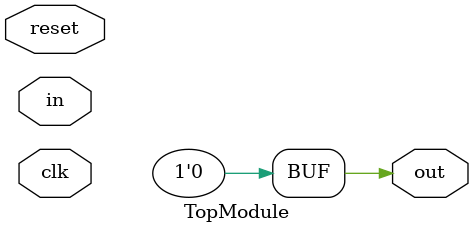
<source format=sv>

module TopModule (
  input clk,
  input in,
  input reset,
  output out
);
always @(posedge clk) begin
    if (reset) begin
        state <= 2'b00;
    end
    else begin
        case (state)
            2'b00: state <= (in) ? 2'b01 : 2'b00; // A -> B if in=1, else A
            2'b01: state <= (in) ? 2'b01 : 2'b10; // B -> B if in=1, else C
            2'b10: state <= (in) ? 2'b11 : 2'b00; // C -> D if in=1, else A
            2'b11: state <= (in) ? 2'b01 : 2'b10; // D -> B if in=1, else C
            default: state <= 2'b00;
        endcase
    end
end

assign out = (state == 2'b11); // Output is 1 only in state D
endmodule

</source>
